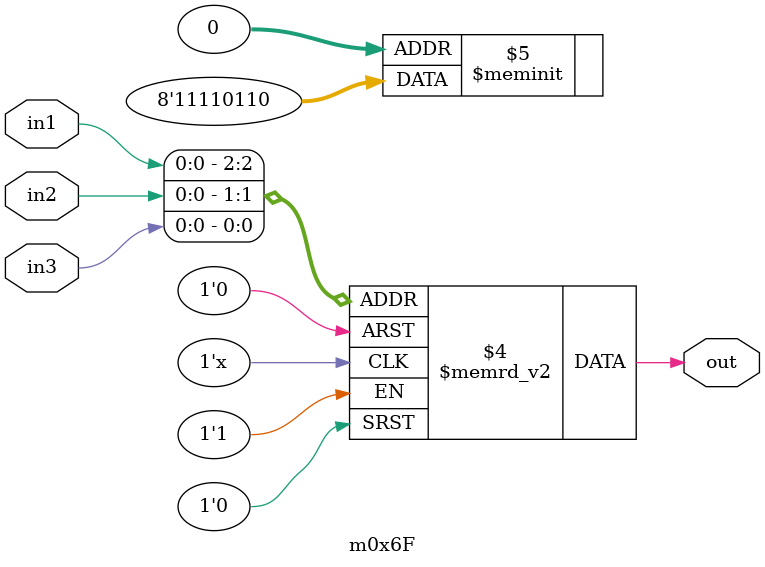
<source format=v>
module m0x6F(output out, input in1, in2, in3);

   always @(in1, in2, in3)
     begin
        case({in1, in2, in3})
          3'b000: {out} = 1'b0;
          3'b001: {out} = 1'b1;
          3'b010: {out} = 1'b1;
          3'b011: {out} = 1'b0;
          3'b100: {out} = 1'b1;
          3'b101: {out} = 1'b1;
          3'b110: {out} = 1'b1;
          3'b111: {out} = 1'b1;
        endcase // case ({in1, in2, in3})
     end // always @ (in1, in2, in3)

endmodule // m0x6F
</source>
